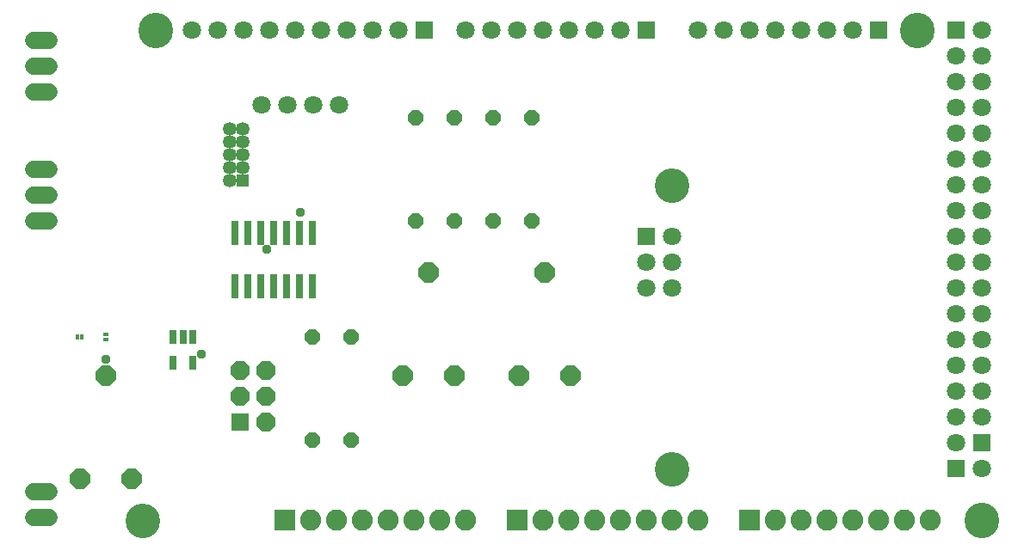
<source format=gbr>
G04 EAGLE Gerber RS-274X export*
G75*
%MOMM*%
%FSLAX34Y34*%
%LPD*%
%INSoldermask Top*%
%IPPOS*%
%AMOC8*
5,1,8,0,0,1.08239X$1,22.5*%
G01*
%ADD10C,3.403600*%
%ADD11R,2.082800X2.082800*%
%ADD12C,2.082800*%
%ADD13R,1.803400X1.803400*%
%ADD14C,1.803400*%
%ADD15C,3.403200*%
%ADD16C,1.346200*%
%ADD17R,1.311200X1.311200*%
%ADD18P,1.951982X8X22.500000*%
%ADD19R,0.453200X0.553200*%
%ADD20R,0.553200X0.453200*%
%ADD21C,1.727200*%
%ADD22P,1.649562X8X292.500000*%
%ADD23P,1.649562X8X112.500000*%
%ADD24P,2.144431X8X22.500000*%
%ADD25R,0.803200X1.403200*%
%ADD26R,0.803200X2.403200*%
%ADD27C,0.959600*%


D10*
X163830Y657860D03*
X913130Y657860D03*
X976630Y175260D03*
D11*
X519430Y175260D03*
D12*
X544830Y175260D03*
X570230Y175260D03*
X595630Y175260D03*
X621030Y175260D03*
X646430Y175260D03*
X671830Y175260D03*
X697230Y175260D03*
X367030Y175260D03*
X392430Y175260D03*
X417830Y175260D03*
X443230Y175260D03*
X468630Y175260D03*
D11*
X748030Y175260D03*
D12*
X773430Y175260D03*
X798830Y175260D03*
X824230Y175260D03*
X849630Y175260D03*
X875030Y175260D03*
X900430Y175260D03*
X925830Y175260D03*
D13*
X976630Y251460D03*
D14*
X951230Y251460D03*
X976630Y276860D03*
X951230Y276860D03*
X976630Y302260D03*
X951230Y302260D03*
X976630Y327660D03*
X951230Y327660D03*
X976630Y353060D03*
X951230Y353060D03*
X976630Y378460D03*
X951230Y378460D03*
X976630Y403860D03*
X951230Y403860D03*
X976630Y429260D03*
X951230Y429260D03*
X976630Y454660D03*
X951230Y454660D03*
X976630Y480060D03*
X951230Y480060D03*
X976630Y505460D03*
X951230Y505460D03*
X976630Y530860D03*
X951230Y530860D03*
X976630Y556260D03*
X951230Y556260D03*
X976630Y581660D03*
X951230Y581660D03*
X976630Y607060D03*
X951230Y607060D03*
X976630Y632460D03*
X951230Y632460D03*
D13*
X875030Y657860D03*
D14*
X849630Y657860D03*
X824230Y657860D03*
X798830Y657860D03*
X773430Y657860D03*
X748030Y657860D03*
X722630Y657860D03*
X697230Y657860D03*
D13*
X646430Y454660D03*
D14*
X646430Y429260D03*
X646430Y403860D03*
X671830Y454660D03*
X671830Y429260D03*
X671830Y403860D03*
D13*
X951230Y657860D03*
D14*
X976630Y657860D03*
D13*
X951230Y226060D03*
D14*
X976630Y226060D03*
D15*
X976884Y174752D03*
X164084Y657352D03*
X913384Y657352D03*
X151384Y174752D03*
X672084Y504952D03*
X672084Y225552D03*
D13*
X646430Y657860D03*
D14*
X621030Y657860D03*
X595630Y657860D03*
X570230Y657860D03*
X544830Y657860D03*
X519430Y657860D03*
X494030Y657860D03*
X468630Y657860D03*
D13*
X427990Y657860D03*
D14*
X402590Y657860D03*
X377190Y657860D03*
X351790Y657860D03*
X326390Y657860D03*
X300990Y657860D03*
X275590Y657860D03*
X250190Y657860D03*
X224790Y657860D03*
X199390Y657860D03*
D16*
X236893Y560142D03*
X236893Y547442D03*
X249593Y547442D03*
X249593Y560142D03*
X236893Y534742D03*
X249593Y534742D03*
X236893Y522042D03*
X249593Y522042D03*
X236893Y509342D03*
D17*
X249593Y509342D03*
D14*
X344307Y584426D03*
X318907Y584426D03*
X293507Y584426D03*
X268107Y584426D03*
D18*
X246540Y322460D03*
X246540Y297060D03*
D13*
X246540Y271660D03*
D18*
X271940Y322460D03*
X271940Y297060D03*
X271940Y271660D03*
D11*
X290760Y175130D03*
D12*
X316160Y175130D03*
X341630Y175250D03*
D19*
X91400Y355600D03*
X86400Y355600D03*
D20*
X114300Y353100D03*
X114300Y358100D03*
D21*
X58420Y647700D02*
X43180Y647700D01*
X43180Y622300D02*
X58420Y622300D01*
X58420Y596900D02*
X43180Y596900D01*
X43180Y520700D02*
X58420Y520700D01*
X58420Y495300D02*
X43180Y495300D01*
X43180Y469900D02*
X58420Y469900D01*
X58420Y177800D02*
X43180Y177800D01*
X43180Y203200D02*
X58420Y203200D01*
D22*
X317500Y355600D03*
X317500Y254000D03*
D23*
X457200Y469900D03*
X457200Y571500D03*
X495300Y469900D03*
X495300Y571500D03*
D22*
X419100Y571500D03*
X419100Y469900D03*
D23*
X533400Y469900D03*
X533400Y571500D03*
D22*
X355600Y355600D03*
X355600Y254000D03*
D24*
X520700Y317500D03*
X571500Y317500D03*
X546100Y419100D03*
X406400Y317500D03*
X457200Y317500D03*
X431800Y419100D03*
X88900Y215900D03*
X139700Y215900D03*
X114300Y317500D03*
D25*
X200000Y329840D03*
X181000Y329840D03*
X200000Y355960D03*
X190500Y355960D03*
X181000Y355960D03*
D26*
X304800Y457800D03*
X304800Y405800D03*
X317500Y457800D03*
X292100Y457800D03*
X279400Y457800D03*
X317500Y405800D03*
X292100Y405800D03*
X279400Y405800D03*
X254000Y457800D03*
X254000Y405800D03*
X266700Y457800D03*
X241300Y457800D03*
X266700Y405800D03*
X241300Y405800D03*
D27*
X306324Y478536D03*
X272796Y441960D03*
X208788Y338328D03*
X114300Y333756D03*
M02*

</source>
